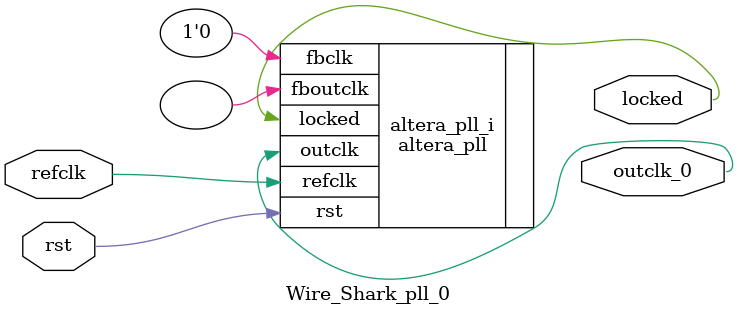
<source format=v>
`timescale 1ns/10ps
module  Wire_Shark_pll_0(

	// interface 'refclk'
	input wire refclk,

	// interface 'reset'
	input wire rst,

	// interface 'outclk0'
	output wire outclk_0,

	// interface 'locked'
	output wire locked
);

	altera_pll #(
		.fractional_vco_multiplier("false"),
		.reference_clock_frequency("100.0 MHz"),
		.operation_mode("direct"),
		.number_of_clocks(1),
		.output_clock_frequency0("125.000000 MHz"),
		.phase_shift0("0 ps"),
		.duty_cycle0(50),
		.output_clock_frequency1("0 MHz"),
		.phase_shift1("0 ps"),
		.duty_cycle1(50),
		.output_clock_frequency2("0 MHz"),
		.phase_shift2("0 ps"),
		.duty_cycle2(50),
		.output_clock_frequency3("0 MHz"),
		.phase_shift3("0 ps"),
		.duty_cycle3(50),
		.output_clock_frequency4("0 MHz"),
		.phase_shift4("0 ps"),
		.duty_cycle4(50),
		.output_clock_frequency5("0 MHz"),
		.phase_shift5("0 ps"),
		.duty_cycle5(50),
		.output_clock_frequency6("0 MHz"),
		.phase_shift6("0 ps"),
		.duty_cycle6(50),
		.output_clock_frequency7("0 MHz"),
		.phase_shift7("0 ps"),
		.duty_cycle7(50),
		.output_clock_frequency8("0 MHz"),
		.phase_shift8("0 ps"),
		.duty_cycle8(50),
		.output_clock_frequency9("0 MHz"),
		.phase_shift9("0 ps"),
		.duty_cycle9(50),
		.output_clock_frequency10("0 MHz"),
		.phase_shift10("0 ps"),
		.duty_cycle10(50),
		.output_clock_frequency11("0 MHz"),
		.phase_shift11("0 ps"),
		.duty_cycle11(50),
		.output_clock_frequency12("0 MHz"),
		.phase_shift12("0 ps"),
		.duty_cycle12(50),
		.output_clock_frequency13("0 MHz"),
		.phase_shift13("0 ps"),
		.duty_cycle13(50),
		.output_clock_frequency14("0 MHz"),
		.phase_shift14("0 ps"),
		.duty_cycle14(50),
		.output_clock_frequency15("0 MHz"),
		.phase_shift15("0 ps"),
		.duty_cycle15(50),
		.output_clock_frequency16("0 MHz"),
		.phase_shift16("0 ps"),
		.duty_cycle16(50),
		.output_clock_frequency17("0 MHz"),
		.phase_shift17("0 ps"),
		.duty_cycle17(50),
		.pll_type("General"),
		.pll_subtype("General")
	) altera_pll_i (
		.rst	(rst),
		.outclk	({outclk_0}),
		.locked	(locked),
		.fboutclk	( ),
		.fbclk	(1'b0),
		.refclk	(refclk)
	);
endmodule


</source>
